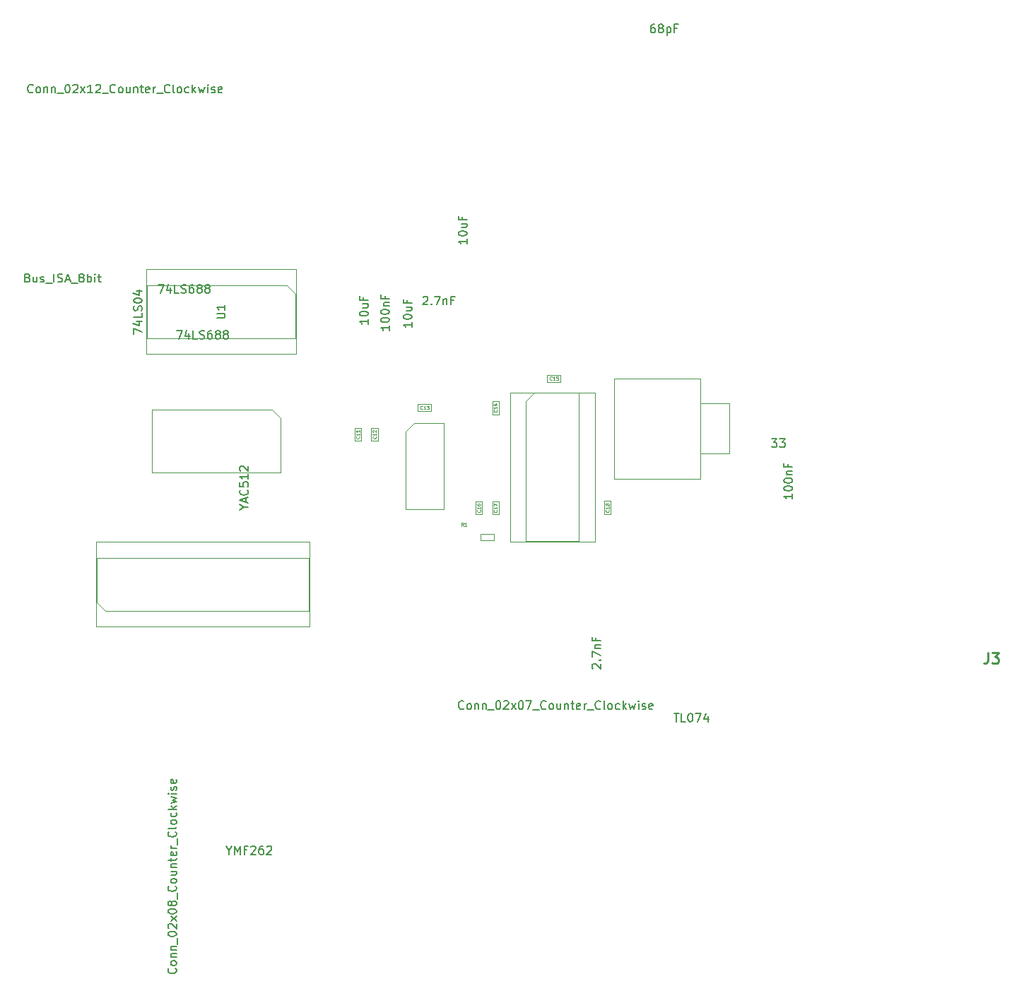
<source format=gbr>
G04 #@! TF.GenerationSoftware,KiCad,Pcbnew,(5.1.5)-3*
G04 #@! TF.CreationDate,2021-10-03T17:07:44+03:00*
G04 #@! TF.ProjectId,OPL3,4f504c33-2e6b-4696-9361-645f70636258,rev?*
G04 #@! TF.SameCoordinates,Original*
G04 #@! TF.FileFunction,Other,Fab,Top*
%FSLAX46Y46*%
G04 Gerber Fmt 4.6, Leading zero omitted, Abs format (unit mm)*
G04 Created by KiCad (PCBNEW (5.1.5)-3) date 2021-10-03 17:07:44*
%MOMM*%
%LPD*%
G04 APERTURE LIST*
%ADD10C,0.100000*%
%ADD11C,0.150000*%
%ADD12C,0.254000*%
%ADD13C,0.060000*%
G04 APERTURE END LIST*
D10*
X129580000Y-79590000D02*
X129580000Y-69430000D01*
X111680000Y-79590000D02*
X129580000Y-79590000D01*
X111680000Y-69430000D02*
X111680000Y-79590000D01*
X129580000Y-69430000D02*
X111680000Y-69430000D01*
X128520000Y-71335000D02*
X129520000Y-72335000D01*
X111740000Y-71335000D02*
X128520000Y-71335000D01*
X111740000Y-77685000D02*
X111740000Y-71335000D01*
X129520000Y-77685000D02*
X111740000Y-77685000D01*
X129520000Y-72335000D02*
X129520000Y-77685000D01*
X105670000Y-102110000D02*
X105670000Y-112270000D01*
X131190000Y-102110000D02*
X105670000Y-102110000D01*
X131190000Y-112270000D02*
X131190000Y-102110000D01*
X105670000Y-112270000D02*
X131190000Y-112270000D01*
X106730000Y-110365000D02*
X105730000Y-109365000D01*
X131130000Y-110365000D02*
X106730000Y-110365000D01*
X131130000Y-104015000D02*
X131130000Y-110365000D01*
X105730000Y-104015000D02*
X131130000Y-104015000D01*
X105730000Y-109365000D02*
X105730000Y-104015000D01*
X178000000Y-91500000D02*
X178000000Y-91500000D01*
X181500000Y-91500000D02*
X178000000Y-91500000D01*
X181500000Y-85500000D02*
X181500000Y-91500000D01*
X178000000Y-85500000D02*
X181500000Y-85500000D01*
X178000000Y-85500000D02*
X178000000Y-85500000D01*
X178000000Y-82500000D02*
X178000000Y-94500000D01*
X167700000Y-82500000D02*
X178000000Y-82500000D01*
X167700000Y-94500000D02*
X167700000Y-82500000D01*
X178000000Y-94500000D02*
X167700000Y-94500000D01*
X165390000Y-84170000D02*
X155230000Y-84170000D01*
X165390000Y-102070000D02*
X165390000Y-84170000D01*
X155230000Y-102070000D02*
X165390000Y-102070000D01*
X155230000Y-84170000D02*
X155230000Y-102070000D01*
X157135000Y-85230000D02*
X158135000Y-84230000D01*
X157135000Y-102010000D02*
X157135000Y-85230000D01*
X163485000Y-102010000D02*
X157135000Y-102010000D01*
X163485000Y-84230000D02*
X163485000Y-102010000D01*
X158135000Y-84230000D02*
X163485000Y-84230000D01*
X126700000Y-86250000D02*
X127700000Y-87250000D01*
X112300000Y-86250000D02*
X126700000Y-86250000D01*
X112300000Y-93750000D02*
X112300000Y-86250000D01*
X127700000Y-93750000D02*
X112300000Y-93750000D01*
X127700000Y-87250000D02*
X127700000Y-93750000D01*
X139400000Y-88400000D02*
X139400000Y-90000000D01*
X138600000Y-88400000D02*
X139400000Y-88400000D01*
X138600000Y-90000000D02*
X138600000Y-88400000D01*
X139400000Y-90000000D02*
X138600000Y-90000000D01*
X137400000Y-88400000D02*
X137400000Y-90000000D01*
X136600000Y-88400000D02*
X137400000Y-88400000D01*
X136600000Y-90000000D02*
X136600000Y-88400000D01*
X137400000Y-90000000D02*
X136600000Y-90000000D01*
X151900000Y-97210000D02*
X151900000Y-98810000D01*
X151100000Y-97210000D02*
X151900000Y-97210000D01*
X151100000Y-98810000D02*
X151100000Y-97210000D01*
X151900000Y-98810000D02*
X151100000Y-98810000D01*
X142725000Y-88850000D02*
X143725000Y-87850000D01*
X142725000Y-98150000D02*
X142725000Y-88850000D01*
X147275000Y-98150000D02*
X142725000Y-98150000D01*
X147275000Y-87850000D02*
X147275000Y-98150000D01*
X143725000Y-87850000D02*
X147275000Y-87850000D01*
X153900000Y-97210000D02*
X153900000Y-98810000D01*
X153100000Y-97210000D02*
X153900000Y-97210000D01*
X153100000Y-98810000D02*
X153100000Y-97210000D01*
X153900000Y-98810000D02*
X153100000Y-98810000D01*
X144200000Y-85600000D02*
X145800000Y-85600000D01*
X144200000Y-86400000D02*
X144200000Y-85600000D01*
X145800000Y-86400000D02*
X144200000Y-86400000D01*
X145800000Y-85600000D02*
X145800000Y-86400000D01*
X153300000Y-101900000D02*
X151700000Y-101900000D01*
X153300000Y-101100000D02*
X153300000Y-101900000D01*
X151700000Y-101100000D02*
X153300000Y-101100000D01*
X151700000Y-101900000D02*
X151700000Y-101100000D01*
X153900000Y-85200000D02*
X153900000Y-86800000D01*
X153100000Y-85200000D02*
X153900000Y-85200000D01*
X153100000Y-86800000D02*
X153100000Y-85200000D01*
X153900000Y-86800000D02*
X153100000Y-86800000D01*
X159700000Y-82100000D02*
X161300000Y-82100000D01*
X159700000Y-82900000D02*
X159700000Y-82100000D01*
X161300000Y-82900000D02*
X159700000Y-82900000D01*
X161300000Y-82100000D02*
X161300000Y-82900000D01*
X166500000Y-98800000D02*
X166500000Y-97200000D01*
X167300000Y-98800000D02*
X166500000Y-98800000D01*
X167300000Y-97200000D02*
X167300000Y-98800000D01*
X166500000Y-97200000D02*
X167300000Y-97200000D01*
D11*
X110132380Y-77152857D02*
X110132380Y-76486190D01*
X111132380Y-76914761D01*
X110465714Y-75676666D02*
X111132380Y-75676666D01*
X110084761Y-75914761D02*
X110799047Y-76152857D01*
X110799047Y-75533809D01*
X111132380Y-74676666D02*
X111132380Y-75152857D01*
X110132380Y-75152857D01*
X111084761Y-74390952D02*
X111132380Y-74248095D01*
X111132380Y-74010000D01*
X111084761Y-73914761D01*
X111037142Y-73867142D01*
X110941904Y-73819523D01*
X110846666Y-73819523D01*
X110751428Y-73867142D01*
X110703809Y-73914761D01*
X110656190Y-74010000D01*
X110608571Y-74200476D01*
X110560952Y-74295714D01*
X110513333Y-74343333D01*
X110418095Y-74390952D01*
X110322857Y-74390952D01*
X110227619Y-74343333D01*
X110180000Y-74295714D01*
X110132380Y-74200476D01*
X110132380Y-73962380D01*
X110180000Y-73819523D01*
X110132380Y-73200476D02*
X110132380Y-73105238D01*
X110180000Y-73010000D01*
X110227619Y-72962380D01*
X110322857Y-72914761D01*
X110513333Y-72867142D01*
X110751428Y-72867142D01*
X110941904Y-72914761D01*
X111037142Y-72962380D01*
X111084761Y-73010000D01*
X111132380Y-73105238D01*
X111132380Y-73200476D01*
X111084761Y-73295714D01*
X111037142Y-73343333D01*
X110941904Y-73390952D01*
X110751428Y-73438571D01*
X110513333Y-73438571D01*
X110322857Y-73390952D01*
X110227619Y-73343333D01*
X110180000Y-73295714D01*
X110132380Y-73200476D01*
X110465714Y-72010000D02*
X111132380Y-72010000D01*
X110084761Y-72248095D02*
X110799047Y-72486190D01*
X110799047Y-71867142D01*
X120082380Y-75271904D02*
X120891904Y-75271904D01*
X120987142Y-75224285D01*
X121034761Y-75176666D01*
X121082380Y-75081428D01*
X121082380Y-74890952D01*
X121034761Y-74795714D01*
X120987142Y-74748095D01*
X120891904Y-74700476D01*
X120082380Y-74700476D01*
X121082380Y-73700476D02*
X121082380Y-74271904D01*
X121082380Y-73986190D02*
X120082380Y-73986190D01*
X120225238Y-74081428D01*
X120320476Y-74176666D01*
X120368095Y-74271904D01*
X115280952Y-76752380D02*
X115947619Y-76752380D01*
X115519047Y-77752380D01*
X116757142Y-77085714D02*
X116757142Y-77752380D01*
X116519047Y-76704761D02*
X116280952Y-77419047D01*
X116900000Y-77419047D01*
X117757142Y-77752380D02*
X117280952Y-77752380D01*
X117280952Y-76752380D01*
X118042857Y-77704761D02*
X118185714Y-77752380D01*
X118423809Y-77752380D01*
X118519047Y-77704761D01*
X118566666Y-77657142D01*
X118614285Y-77561904D01*
X118614285Y-77466666D01*
X118566666Y-77371428D01*
X118519047Y-77323809D01*
X118423809Y-77276190D01*
X118233333Y-77228571D01*
X118138095Y-77180952D01*
X118090476Y-77133333D01*
X118042857Y-77038095D01*
X118042857Y-76942857D01*
X118090476Y-76847619D01*
X118138095Y-76800000D01*
X118233333Y-76752380D01*
X118471428Y-76752380D01*
X118614285Y-76800000D01*
X119471428Y-76752380D02*
X119280952Y-76752380D01*
X119185714Y-76800000D01*
X119138095Y-76847619D01*
X119042857Y-76990476D01*
X118995238Y-77180952D01*
X118995238Y-77561904D01*
X119042857Y-77657142D01*
X119090476Y-77704761D01*
X119185714Y-77752380D01*
X119376190Y-77752380D01*
X119471428Y-77704761D01*
X119519047Y-77657142D01*
X119566666Y-77561904D01*
X119566666Y-77323809D01*
X119519047Y-77228571D01*
X119471428Y-77180952D01*
X119376190Y-77133333D01*
X119185714Y-77133333D01*
X119090476Y-77180952D01*
X119042857Y-77228571D01*
X118995238Y-77323809D01*
X120138095Y-77180952D02*
X120042857Y-77133333D01*
X119995238Y-77085714D01*
X119947619Y-76990476D01*
X119947619Y-76942857D01*
X119995238Y-76847619D01*
X120042857Y-76800000D01*
X120138095Y-76752380D01*
X120328571Y-76752380D01*
X120423809Y-76800000D01*
X120471428Y-76847619D01*
X120519047Y-76942857D01*
X120519047Y-76990476D01*
X120471428Y-77085714D01*
X120423809Y-77133333D01*
X120328571Y-77180952D01*
X120138095Y-77180952D01*
X120042857Y-77228571D01*
X119995238Y-77276190D01*
X119947619Y-77371428D01*
X119947619Y-77561904D01*
X119995238Y-77657142D01*
X120042857Y-77704761D01*
X120138095Y-77752380D01*
X120328571Y-77752380D01*
X120423809Y-77704761D01*
X120471428Y-77657142D01*
X120519047Y-77561904D01*
X120519047Y-77371428D01*
X120471428Y-77276190D01*
X120423809Y-77228571D01*
X120328571Y-77180952D01*
X121090476Y-77180952D02*
X120995238Y-77133333D01*
X120947619Y-77085714D01*
X120900000Y-76990476D01*
X120900000Y-76942857D01*
X120947619Y-76847619D01*
X120995238Y-76800000D01*
X121090476Y-76752380D01*
X121280952Y-76752380D01*
X121376190Y-76800000D01*
X121423809Y-76847619D01*
X121471428Y-76942857D01*
X121471428Y-76990476D01*
X121423809Y-77085714D01*
X121376190Y-77133333D01*
X121280952Y-77180952D01*
X121090476Y-77180952D01*
X120995238Y-77228571D01*
X120947619Y-77276190D01*
X120900000Y-77371428D01*
X120900000Y-77561904D01*
X120947619Y-77657142D01*
X120995238Y-77704761D01*
X121090476Y-77752380D01*
X121280952Y-77752380D01*
X121376190Y-77704761D01*
X121423809Y-77657142D01*
X121471428Y-77561904D01*
X121471428Y-77371428D01*
X121423809Y-77276190D01*
X121376190Y-77228571D01*
X121280952Y-77180952D01*
X113080952Y-71252380D02*
X113747619Y-71252380D01*
X113319047Y-72252380D01*
X114557142Y-71585714D02*
X114557142Y-72252380D01*
X114319047Y-71204761D02*
X114080952Y-71919047D01*
X114700000Y-71919047D01*
X115557142Y-72252380D02*
X115080952Y-72252380D01*
X115080952Y-71252380D01*
X115842857Y-72204761D02*
X115985714Y-72252380D01*
X116223809Y-72252380D01*
X116319047Y-72204761D01*
X116366666Y-72157142D01*
X116414285Y-72061904D01*
X116414285Y-71966666D01*
X116366666Y-71871428D01*
X116319047Y-71823809D01*
X116223809Y-71776190D01*
X116033333Y-71728571D01*
X115938095Y-71680952D01*
X115890476Y-71633333D01*
X115842857Y-71538095D01*
X115842857Y-71442857D01*
X115890476Y-71347619D01*
X115938095Y-71300000D01*
X116033333Y-71252380D01*
X116271428Y-71252380D01*
X116414285Y-71300000D01*
X117271428Y-71252380D02*
X117080952Y-71252380D01*
X116985714Y-71300000D01*
X116938095Y-71347619D01*
X116842857Y-71490476D01*
X116795238Y-71680952D01*
X116795238Y-72061904D01*
X116842857Y-72157142D01*
X116890476Y-72204761D01*
X116985714Y-72252380D01*
X117176190Y-72252380D01*
X117271428Y-72204761D01*
X117319047Y-72157142D01*
X117366666Y-72061904D01*
X117366666Y-71823809D01*
X117319047Y-71728571D01*
X117271428Y-71680952D01*
X117176190Y-71633333D01*
X116985714Y-71633333D01*
X116890476Y-71680952D01*
X116842857Y-71728571D01*
X116795238Y-71823809D01*
X117938095Y-71680952D02*
X117842857Y-71633333D01*
X117795238Y-71585714D01*
X117747619Y-71490476D01*
X117747619Y-71442857D01*
X117795238Y-71347619D01*
X117842857Y-71300000D01*
X117938095Y-71252380D01*
X118128571Y-71252380D01*
X118223809Y-71300000D01*
X118271428Y-71347619D01*
X118319047Y-71442857D01*
X118319047Y-71490476D01*
X118271428Y-71585714D01*
X118223809Y-71633333D01*
X118128571Y-71680952D01*
X117938095Y-71680952D01*
X117842857Y-71728571D01*
X117795238Y-71776190D01*
X117747619Y-71871428D01*
X117747619Y-72061904D01*
X117795238Y-72157142D01*
X117842857Y-72204761D01*
X117938095Y-72252380D01*
X118128571Y-72252380D01*
X118223809Y-72204761D01*
X118271428Y-72157142D01*
X118319047Y-72061904D01*
X118319047Y-71871428D01*
X118271428Y-71776190D01*
X118223809Y-71728571D01*
X118128571Y-71680952D01*
X118890476Y-71680952D02*
X118795238Y-71633333D01*
X118747619Y-71585714D01*
X118700000Y-71490476D01*
X118700000Y-71442857D01*
X118747619Y-71347619D01*
X118795238Y-71300000D01*
X118890476Y-71252380D01*
X119080952Y-71252380D01*
X119176190Y-71300000D01*
X119223809Y-71347619D01*
X119271428Y-71442857D01*
X119271428Y-71490476D01*
X119223809Y-71585714D01*
X119176190Y-71633333D01*
X119080952Y-71680952D01*
X118890476Y-71680952D01*
X118795238Y-71728571D01*
X118747619Y-71776190D01*
X118700000Y-71871428D01*
X118700000Y-72061904D01*
X118747619Y-72157142D01*
X118795238Y-72204761D01*
X118890476Y-72252380D01*
X119080952Y-72252380D01*
X119176190Y-72204761D01*
X119223809Y-72157142D01*
X119271428Y-72061904D01*
X119271428Y-71871428D01*
X119223809Y-71776190D01*
X119176190Y-71728571D01*
X119080952Y-71680952D01*
D12*
X212476666Y-115404523D02*
X212476666Y-116311666D01*
X212416190Y-116493095D01*
X212295238Y-116614047D01*
X212113809Y-116674523D01*
X211992857Y-116674523D01*
X212960476Y-115404523D02*
X213746666Y-115404523D01*
X213323333Y-115888333D01*
X213504761Y-115888333D01*
X213625714Y-115948809D01*
X213686190Y-116009285D01*
X213746666Y-116130238D01*
X213746666Y-116432619D01*
X213686190Y-116553571D01*
X213625714Y-116614047D01*
X213504761Y-116674523D01*
X213141904Y-116674523D01*
X213020952Y-116614047D01*
X212960476Y-116553571D01*
D11*
X149676190Y-122057142D02*
X149628571Y-122104761D01*
X149485714Y-122152380D01*
X149390476Y-122152380D01*
X149247619Y-122104761D01*
X149152380Y-122009523D01*
X149104761Y-121914285D01*
X149057142Y-121723809D01*
X149057142Y-121580952D01*
X149104761Y-121390476D01*
X149152380Y-121295238D01*
X149247619Y-121200000D01*
X149390476Y-121152380D01*
X149485714Y-121152380D01*
X149628571Y-121200000D01*
X149676190Y-121247619D01*
X150247619Y-122152380D02*
X150152380Y-122104761D01*
X150104761Y-122057142D01*
X150057142Y-121961904D01*
X150057142Y-121676190D01*
X150104761Y-121580952D01*
X150152380Y-121533333D01*
X150247619Y-121485714D01*
X150390476Y-121485714D01*
X150485714Y-121533333D01*
X150533333Y-121580952D01*
X150580952Y-121676190D01*
X150580952Y-121961904D01*
X150533333Y-122057142D01*
X150485714Y-122104761D01*
X150390476Y-122152380D01*
X150247619Y-122152380D01*
X151009523Y-121485714D02*
X151009523Y-122152380D01*
X151009523Y-121580952D02*
X151057142Y-121533333D01*
X151152380Y-121485714D01*
X151295238Y-121485714D01*
X151390476Y-121533333D01*
X151438095Y-121628571D01*
X151438095Y-122152380D01*
X151914285Y-121485714D02*
X151914285Y-122152380D01*
X151914285Y-121580952D02*
X151961904Y-121533333D01*
X152057142Y-121485714D01*
X152200000Y-121485714D01*
X152295238Y-121533333D01*
X152342857Y-121628571D01*
X152342857Y-122152380D01*
X152580952Y-122247619D02*
X153342857Y-122247619D01*
X153771428Y-121152380D02*
X153866666Y-121152380D01*
X153961904Y-121200000D01*
X154009523Y-121247619D01*
X154057142Y-121342857D01*
X154104761Y-121533333D01*
X154104761Y-121771428D01*
X154057142Y-121961904D01*
X154009523Y-122057142D01*
X153961904Y-122104761D01*
X153866666Y-122152380D01*
X153771428Y-122152380D01*
X153676190Y-122104761D01*
X153628571Y-122057142D01*
X153580952Y-121961904D01*
X153533333Y-121771428D01*
X153533333Y-121533333D01*
X153580952Y-121342857D01*
X153628571Y-121247619D01*
X153676190Y-121200000D01*
X153771428Y-121152380D01*
X154485714Y-121247619D02*
X154533333Y-121200000D01*
X154628571Y-121152380D01*
X154866666Y-121152380D01*
X154961904Y-121200000D01*
X155009523Y-121247619D01*
X155057142Y-121342857D01*
X155057142Y-121438095D01*
X155009523Y-121580952D01*
X154438095Y-122152380D01*
X155057142Y-122152380D01*
X155390476Y-122152380D02*
X155914285Y-121485714D01*
X155390476Y-121485714D02*
X155914285Y-122152380D01*
X156485714Y-121152380D02*
X156580952Y-121152380D01*
X156676190Y-121200000D01*
X156723809Y-121247619D01*
X156771428Y-121342857D01*
X156819047Y-121533333D01*
X156819047Y-121771428D01*
X156771428Y-121961904D01*
X156723809Y-122057142D01*
X156676190Y-122104761D01*
X156580952Y-122152380D01*
X156485714Y-122152380D01*
X156390476Y-122104761D01*
X156342857Y-122057142D01*
X156295238Y-121961904D01*
X156247619Y-121771428D01*
X156247619Y-121533333D01*
X156295238Y-121342857D01*
X156342857Y-121247619D01*
X156390476Y-121200000D01*
X156485714Y-121152380D01*
X157152380Y-121152380D02*
X157819047Y-121152380D01*
X157390476Y-122152380D01*
X157961904Y-122247619D02*
X158723809Y-122247619D01*
X159533333Y-122057142D02*
X159485714Y-122104761D01*
X159342857Y-122152380D01*
X159247619Y-122152380D01*
X159104761Y-122104761D01*
X159009523Y-122009523D01*
X158961904Y-121914285D01*
X158914285Y-121723809D01*
X158914285Y-121580952D01*
X158961904Y-121390476D01*
X159009523Y-121295238D01*
X159104761Y-121200000D01*
X159247619Y-121152380D01*
X159342857Y-121152380D01*
X159485714Y-121200000D01*
X159533333Y-121247619D01*
X160104761Y-122152380D02*
X160009523Y-122104761D01*
X159961904Y-122057142D01*
X159914285Y-121961904D01*
X159914285Y-121676190D01*
X159961904Y-121580952D01*
X160009523Y-121533333D01*
X160104761Y-121485714D01*
X160247619Y-121485714D01*
X160342857Y-121533333D01*
X160390476Y-121580952D01*
X160438095Y-121676190D01*
X160438095Y-121961904D01*
X160390476Y-122057142D01*
X160342857Y-122104761D01*
X160247619Y-122152380D01*
X160104761Y-122152380D01*
X161295238Y-121485714D02*
X161295238Y-122152380D01*
X160866666Y-121485714D02*
X160866666Y-122009523D01*
X160914285Y-122104761D01*
X161009523Y-122152380D01*
X161152380Y-122152380D01*
X161247619Y-122104761D01*
X161295238Y-122057142D01*
X161771428Y-121485714D02*
X161771428Y-122152380D01*
X161771428Y-121580952D02*
X161819047Y-121533333D01*
X161914285Y-121485714D01*
X162057142Y-121485714D01*
X162152380Y-121533333D01*
X162200000Y-121628571D01*
X162200000Y-122152380D01*
X162533333Y-121485714D02*
X162914285Y-121485714D01*
X162676190Y-121152380D02*
X162676190Y-122009523D01*
X162723809Y-122104761D01*
X162819047Y-122152380D01*
X162914285Y-122152380D01*
X163628571Y-122104761D02*
X163533333Y-122152380D01*
X163342857Y-122152380D01*
X163247619Y-122104761D01*
X163200000Y-122009523D01*
X163200000Y-121628571D01*
X163247619Y-121533333D01*
X163342857Y-121485714D01*
X163533333Y-121485714D01*
X163628571Y-121533333D01*
X163676190Y-121628571D01*
X163676190Y-121723809D01*
X163200000Y-121819047D01*
X164104761Y-122152380D02*
X164104761Y-121485714D01*
X164104761Y-121676190D02*
X164152380Y-121580952D01*
X164200000Y-121533333D01*
X164295238Y-121485714D01*
X164390476Y-121485714D01*
X164485714Y-122247619D02*
X165247619Y-122247619D01*
X166057142Y-122057142D02*
X166009523Y-122104761D01*
X165866666Y-122152380D01*
X165771428Y-122152380D01*
X165628571Y-122104761D01*
X165533333Y-122009523D01*
X165485714Y-121914285D01*
X165438095Y-121723809D01*
X165438095Y-121580952D01*
X165485714Y-121390476D01*
X165533333Y-121295238D01*
X165628571Y-121200000D01*
X165771428Y-121152380D01*
X165866666Y-121152380D01*
X166009523Y-121200000D01*
X166057142Y-121247619D01*
X166628571Y-122152380D02*
X166533333Y-122104761D01*
X166485714Y-122009523D01*
X166485714Y-121152380D01*
X167152380Y-122152380D02*
X167057142Y-122104761D01*
X167009523Y-122057142D01*
X166961904Y-121961904D01*
X166961904Y-121676190D01*
X167009523Y-121580952D01*
X167057142Y-121533333D01*
X167152380Y-121485714D01*
X167295238Y-121485714D01*
X167390476Y-121533333D01*
X167438095Y-121580952D01*
X167485714Y-121676190D01*
X167485714Y-121961904D01*
X167438095Y-122057142D01*
X167390476Y-122104761D01*
X167295238Y-122152380D01*
X167152380Y-122152380D01*
X168342857Y-122104761D02*
X168247619Y-122152380D01*
X168057142Y-122152380D01*
X167961904Y-122104761D01*
X167914285Y-122057142D01*
X167866666Y-121961904D01*
X167866666Y-121676190D01*
X167914285Y-121580952D01*
X167961904Y-121533333D01*
X168057142Y-121485714D01*
X168247619Y-121485714D01*
X168342857Y-121533333D01*
X168771428Y-122152380D02*
X168771428Y-121152380D01*
X168866666Y-121771428D02*
X169152380Y-122152380D01*
X169152380Y-121485714D02*
X168771428Y-121866666D01*
X169485714Y-121485714D02*
X169676190Y-122152380D01*
X169866666Y-121676190D01*
X170057142Y-122152380D01*
X170247619Y-121485714D01*
X170628571Y-122152380D02*
X170628571Y-121485714D01*
X170628571Y-121152380D02*
X170580952Y-121200000D01*
X170628571Y-121247619D01*
X170676190Y-121200000D01*
X170628571Y-121152380D01*
X170628571Y-121247619D01*
X171057142Y-122104761D02*
X171152380Y-122152380D01*
X171342857Y-122152380D01*
X171438095Y-122104761D01*
X171485714Y-122009523D01*
X171485714Y-121961904D01*
X171438095Y-121866666D01*
X171342857Y-121819047D01*
X171200000Y-121819047D01*
X171104761Y-121771428D01*
X171057142Y-121676190D01*
X171057142Y-121628571D01*
X171104761Y-121533333D01*
X171200000Y-121485714D01*
X171342857Y-121485714D01*
X171438095Y-121533333D01*
X172295238Y-122104761D02*
X172200000Y-122152380D01*
X172009523Y-122152380D01*
X171914285Y-122104761D01*
X171866666Y-122009523D01*
X171866666Y-121628571D01*
X171914285Y-121533333D01*
X172009523Y-121485714D01*
X172200000Y-121485714D01*
X172295238Y-121533333D01*
X172342857Y-121628571D01*
X172342857Y-121723809D01*
X171866666Y-121819047D01*
X174880952Y-122652380D02*
X175452380Y-122652380D01*
X175166666Y-123652380D02*
X175166666Y-122652380D01*
X176261904Y-123652380D02*
X175785714Y-123652380D01*
X175785714Y-122652380D01*
X176785714Y-122652380D02*
X176880952Y-122652380D01*
X176976190Y-122700000D01*
X177023809Y-122747619D01*
X177071428Y-122842857D01*
X177119047Y-123033333D01*
X177119047Y-123271428D01*
X177071428Y-123461904D01*
X177023809Y-123557142D01*
X176976190Y-123604761D01*
X176880952Y-123652380D01*
X176785714Y-123652380D01*
X176690476Y-123604761D01*
X176642857Y-123557142D01*
X176595238Y-123461904D01*
X176547619Y-123271428D01*
X176547619Y-123033333D01*
X176595238Y-122842857D01*
X176642857Y-122747619D01*
X176690476Y-122700000D01*
X176785714Y-122652380D01*
X177452380Y-122652380D02*
X178119047Y-122652380D01*
X177690476Y-123652380D01*
X178928571Y-122985714D02*
X178928571Y-123652380D01*
X178690476Y-122604761D02*
X178452380Y-123319047D01*
X179071428Y-123319047D01*
X98076190Y-48157142D02*
X98028571Y-48204761D01*
X97885714Y-48252380D01*
X97790476Y-48252380D01*
X97647619Y-48204761D01*
X97552380Y-48109523D01*
X97504761Y-48014285D01*
X97457142Y-47823809D01*
X97457142Y-47680952D01*
X97504761Y-47490476D01*
X97552380Y-47395238D01*
X97647619Y-47300000D01*
X97790476Y-47252380D01*
X97885714Y-47252380D01*
X98028571Y-47300000D01*
X98076190Y-47347619D01*
X98647619Y-48252380D02*
X98552380Y-48204761D01*
X98504761Y-48157142D01*
X98457142Y-48061904D01*
X98457142Y-47776190D01*
X98504761Y-47680952D01*
X98552380Y-47633333D01*
X98647619Y-47585714D01*
X98790476Y-47585714D01*
X98885714Y-47633333D01*
X98933333Y-47680952D01*
X98980952Y-47776190D01*
X98980952Y-48061904D01*
X98933333Y-48157142D01*
X98885714Y-48204761D01*
X98790476Y-48252380D01*
X98647619Y-48252380D01*
X99409523Y-47585714D02*
X99409523Y-48252380D01*
X99409523Y-47680952D02*
X99457142Y-47633333D01*
X99552380Y-47585714D01*
X99695238Y-47585714D01*
X99790476Y-47633333D01*
X99838095Y-47728571D01*
X99838095Y-48252380D01*
X100314285Y-47585714D02*
X100314285Y-48252380D01*
X100314285Y-47680952D02*
X100361904Y-47633333D01*
X100457142Y-47585714D01*
X100600000Y-47585714D01*
X100695238Y-47633333D01*
X100742857Y-47728571D01*
X100742857Y-48252380D01*
X100980952Y-48347619D02*
X101742857Y-48347619D01*
X102171428Y-47252380D02*
X102266666Y-47252380D01*
X102361904Y-47300000D01*
X102409523Y-47347619D01*
X102457142Y-47442857D01*
X102504761Y-47633333D01*
X102504761Y-47871428D01*
X102457142Y-48061904D01*
X102409523Y-48157142D01*
X102361904Y-48204761D01*
X102266666Y-48252380D01*
X102171428Y-48252380D01*
X102076190Y-48204761D01*
X102028571Y-48157142D01*
X101980952Y-48061904D01*
X101933333Y-47871428D01*
X101933333Y-47633333D01*
X101980952Y-47442857D01*
X102028571Y-47347619D01*
X102076190Y-47300000D01*
X102171428Y-47252380D01*
X102885714Y-47347619D02*
X102933333Y-47300000D01*
X103028571Y-47252380D01*
X103266666Y-47252380D01*
X103361904Y-47300000D01*
X103409523Y-47347619D01*
X103457142Y-47442857D01*
X103457142Y-47538095D01*
X103409523Y-47680952D01*
X102838095Y-48252380D01*
X103457142Y-48252380D01*
X103790476Y-48252380D02*
X104314285Y-47585714D01*
X103790476Y-47585714D02*
X104314285Y-48252380D01*
X105219047Y-48252380D02*
X104647619Y-48252380D01*
X104933333Y-48252380D02*
X104933333Y-47252380D01*
X104838095Y-47395238D01*
X104742857Y-47490476D01*
X104647619Y-47538095D01*
X105600000Y-47347619D02*
X105647619Y-47300000D01*
X105742857Y-47252380D01*
X105980952Y-47252380D01*
X106076190Y-47300000D01*
X106123809Y-47347619D01*
X106171428Y-47442857D01*
X106171428Y-47538095D01*
X106123809Y-47680952D01*
X105552380Y-48252380D01*
X106171428Y-48252380D01*
X106361904Y-48347619D02*
X107123809Y-48347619D01*
X107933333Y-48157142D02*
X107885714Y-48204761D01*
X107742857Y-48252380D01*
X107647619Y-48252380D01*
X107504761Y-48204761D01*
X107409523Y-48109523D01*
X107361904Y-48014285D01*
X107314285Y-47823809D01*
X107314285Y-47680952D01*
X107361904Y-47490476D01*
X107409523Y-47395238D01*
X107504761Y-47300000D01*
X107647619Y-47252380D01*
X107742857Y-47252380D01*
X107885714Y-47300000D01*
X107933333Y-47347619D01*
X108504761Y-48252380D02*
X108409523Y-48204761D01*
X108361904Y-48157142D01*
X108314285Y-48061904D01*
X108314285Y-47776190D01*
X108361904Y-47680952D01*
X108409523Y-47633333D01*
X108504761Y-47585714D01*
X108647619Y-47585714D01*
X108742857Y-47633333D01*
X108790476Y-47680952D01*
X108838095Y-47776190D01*
X108838095Y-48061904D01*
X108790476Y-48157142D01*
X108742857Y-48204761D01*
X108647619Y-48252380D01*
X108504761Y-48252380D01*
X109695238Y-47585714D02*
X109695238Y-48252380D01*
X109266666Y-47585714D02*
X109266666Y-48109523D01*
X109314285Y-48204761D01*
X109409523Y-48252380D01*
X109552380Y-48252380D01*
X109647619Y-48204761D01*
X109695238Y-48157142D01*
X110171428Y-47585714D02*
X110171428Y-48252380D01*
X110171428Y-47680952D02*
X110219047Y-47633333D01*
X110314285Y-47585714D01*
X110457142Y-47585714D01*
X110552380Y-47633333D01*
X110600000Y-47728571D01*
X110600000Y-48252380D01*
X110933333Y-47585714D02*
X111314285Y-47585714D01*
X111076190Y-47252380D02*
X111076190Y-48109523D01*
X111123809Y-48204761D01*
X111219047Y-48252380D01*
X111314285Y-48252380D01*
X112028571Y-48204761D02*
X111933333Y-48252380D01*
X111742857Y-48252380D01*
X111647619Y-48204761D01*
X111600000Y-48109523D01*
X111600000Y-47728571D01*
X111647619Y-47633333D01*
X111742857Y-47585714D01*
X111933333Y-47585714D01*
X112028571Y-47633333D01*
X112076190Y-47728571D01*
X112076190Y-47823809D01*
X111600000Y-47919047D01*
X112504761Y-48252380D02*
X112504761Y-47585714D01*
X112504761Y-47776190D02*
X112552380Y-47680952D01*
X112600000Y-47633333D01*
X112695238Y-47585714D01*
X112790476Y-47585714D01*
X112885714Y-48347619D02*
X113647619Y-48347619D01*
X114457142Y-48157142D02*
X114409523Y-48204761D01*
X114266666Y-48252380D01*
X114171428Y-48252380D01*
X114028571Y-48204761D01*
X113933333Y-48109523D01*
X113885714Y-48014285D01*
X113838095Y-47823809D01*
X113838095Y-47680952D01*
X113885714Y-47490476D01*
X113933333Y-47395238D01*
X114028571Y-47300000D01*
X114171428Y-47252380D01*
X114266666Y-47252380D01*
X114409523Y-47300000D01*
X114457142Y-47347619D01*
X115028571Y-48252380D02*
X114933333Y-48204761D01*
X114885714Y-48109523D01*
X114885714Y-47252380D01*
X115552380Y-48252380D02*
X115457142Y-48204761D01*
X115409523Y-48157142D01*
X115361904Y-48061904D01*
X115361904Y-47776190D01*
X115409523Y-47680952D01*
X115457142Y-47633333D01*
X115552380Y-47585714D01*
X115695238Y-47585714D01*
X115790476Y-47633333D01*
X115838095Y-47680952D01*
X115885714Y-47776190D01*
X115885714Y-48061904D01*
X115838095Y-48157142D01*
X115790476Y-48204761D01*
X115695238Y-48252380D01*
X115552380Y-48252380D01*
X116742857Y-48204761D02*
X116647619Y-48252380D01*
X116457142Y-48252380D01*
X116361904Y-48204761D01*
X116314285Y-48157142D01*
X116266666Y-48061904D01*
X116266666Y-47776190D01*
X116314285Y-47680952D01*
X116361904Y-47633333D01*
X116457142Y-47585714D01*
X116647619Y-47585714D01*
X116742857Y-47633333D01*
X117171428Y-48252380D02*
X117171428Y-47252380D01*
X117266666Y-47871428D02*
X117552380Y-48252380D01*
X117552380Y-47585714D02*
X117171428Y-47966666D01*
X117885714Y-47585714D02*
X118076190Y-48252380D01*
X118266666Y-47776190D01*
X118457142Y-48252380D01*
X118647619Y-47585714D01*
X119028571Y-48252380D02*
X119028571Y-47585714D01*
X119028571Y-47252380D02*
X118980952Y-47300000D01*
X119028571Y-47347619D01*
X119076190Y-47300000D01*
X119028571Y-47252380D01*
X119028571Y-47347619D01*
X119457142Y-48204761D02*
X119552380Y-48252380D01*
X119742857Y-48252380D01*
X119838095Y-48204761D01*
X119885714Y-48109523D01*
X119885714Y-48061904D01*
X119838095Y-47966666D01*
X119742857Y-47919047D01*
X119600000Y-47919047D01*
X119504761Y-47871428D01*
X119457142Y-47776190D01*
X119457142Y-47728571D01*
X119504761Y-47633333D01*
X119600000Y-47585714D01*
X119742857Y-47585714D01*
X119838095Y-47633333D01*
X120695238Y-48204761D02*
X120600000Y-48252380D01*
X120409523Y-48252380D01*
X120314285Y-48204761D01*
X120266666Y-48109523D01*
X120266666Y-47728571D01*
X120314285Y-47633333D01*
X120409523Y-47585714D01*
X120600000Y-47585714D01*
X120695238Y-47633333D01*
X120742857Y-47728571D01*
X120742857Y-47823809D01*
X120266666Y-47919047D01*
X121571428Y-139076190D02*
X121571428Y-139552380D01*
X121238095Y-138552380D02*
X121571428Y-139076190D01*
X121904761Y-138552380D01*
X122238095Y-139552380D02*
X122238095Y-138552380D01*
X122571428Y-139266666D01*
X122904761Y-138552380D01*
X122904761Y-139552380D01*
X123714285Y-139028571D02*
X123380952Y-139028571D01*
X123380952Y-139552380D02*
X123380952Y-138552380D01*
X123857142Y-138552380D01*
X124190476Y-138647619D02*
X124238095Y-138600000D01*
X124333333Y-138552380D01*
X124571428Y-138552380D01*
X124666666Y-138600000D01*
X124714285Y-138647619D01*
X124761904Y-138742857D01*
X124761904Y-138838095D01*
X124714285Y-138980952D01*
X124142857Y-139552380D01*
X124761904Y-139552380D01*
X125619047Y-138552380D02*
X125428571Y-138552380D01*
X125333333Y-138600000D01*
X125285714Y-138647619D01*
X125190476Y-138790476D01*
X125142857Y-138980952D01*
X125142857Y-139361904D01*
X125190476Y-139457142D01*
X125238095Y-139504761D01*
X125333333Y-139552380D01*
X125523809Y-139552380D01*
X125619047Y-139504761D01*
X125666666Y-139457142D01*
X125714285Y-139361904D01*
X125714285Y-139123809D01*
X125666666Y-139028571D01*
X125619047Y-138980952D01*
X125523809Y-138933333D01*
X125333333Y-138933333D01*
X125238095Y-138980952D01*
X125190476Y-139028571D01*
X125142857Y-139123809D01*
X126095238Y-138647619D02*
X126142857Y-138600000D01*
X126238095Y-138552380D01*
X126476190Y-138552380D01*
X126571428Y-138600000D01*
X126619047Y-138647619D01*
X126666666Y-138742857D01*
X126666666Y-138838095D01*
X126619047Y-138980952D01*
X126047619Y-139552380D01*
X126666666Y-139552380D01*
X140752380Y-76147619D02*
X140752380Y-76719047D01*
X140752380Y-76433333D02*
X139752380Y-76433333D01*
X139895238Y-76528571D01*
X139990476Y-76623809D01*
X140038095Y-76719047D01*
X139752380Y-75528571D02*
X139752380Y-75433333D01*
X139800000Y-75338095D01*
X139847619Y-75290476D01*
X139942857Y-75242857D01*
X140133333Y-75195238D01*
X140371428Y-75195238D01*
X140561904Y-75242857D01*
X140657142Y-75290476D01*
X140704761Y-75338095D01*
X140752380Y-75433333D01*
X140752380Y-75528571D01*
X140704761Y-75623809D01*
X140657142Y-75671428D01*
X140561904Y-75719047D01*
X140371428Y-75766666D01*
X140133333Y-75766666D01*
X139942857Y-75719047D01*
X139847619Y-75671428D01*
X139800000Y-75623809D01*
X139752380Y-75528571D01*
X139752380Y-74576190D02*
X139752380Y-74480952D01*
X139800000Y-74385714D01*
X139847619Y-74338095D01*
X139942857Y-74290476D01*
X140133333Y-74242857D01*
X140371428Y-74242857D01*
X140561904Y-74290476D01*
X140657142Y-74338095D01*
X140704761Y-74385714D01*
X140752380Y-74480952D01*
X140752380Y-74576190D01*
X140704761Y-74671428D01*
X140657142Y-74719047D01*
X140561904Y-74766666D01*
X140371428Y-74814285D01*
X140133333Y-74814285D01*
X139942857Y-74766666D01*
X139847619Y-74719047D01*
X139800000Y-74671428D01*
X139752380Y-74576190D01*
X140085714Y-73814285D02*
X140752380Y-73814285D01*
X140180952Y-73814285D02*
X140133333Y-73766666D01*
X140085714Y-73671428D01*
X140085714Y-73528571D01*
X140133333Y-73433333D01*
X140228571Y-73385714D01*
X140752380Y-73385714D01*
X140228571Y-72576190D02*
X140228571Y-72909523D01*
X140752380Y-72909523D02*
X139752380Y-72909523D01*
X139752380Y-72433333D01*
D13*
X139142857Y-89457142D02*
X139161904Y-89476190D01*
X139180952Y-89533333D01*
X139180952Y-89571428D01*
X139161904Y-89628571D01*
X139123809Y-89666666D01*
X139085714Y-89685714D01*
X139009523Y-89704761D01*
X138952380Y-89704761D01*
X138876190Y-89685714D01*
X138838095Y-89666666D01*
X138800000Y-89628571D01*
X138780952Y-89571428D01*
X138780952Y-89533333D01*
X138800000Y-89476190D01*
X138819047Y-89457142D01*
X139180952Y-89076190D02*
X139180952Y-89304761D01*
X139180952Y-89190476D02*
X138780952Y-89190476D01*
X138838095Y-89228571D01*
X138876190Y-89266666D01*
X138895238Y-89304761D01*
X138819047Y-88923809D02*
X138800000Y-88904761D01*
X138780952Y-88866666D01*
X138780952Y-88771428D01*
X138800000Y-88733333D01*
X138819047Y-88714285D01*
X138857142Y-88695238D01*
X138895238Y-88695238D01*
X138952380Y-88714285D01*
X139180952Y-88942857D01*
X139180952Y-88695238D01*
D11*
X143452380Y-75771428D02*
X143452380Y-76342857D01*
X143452380Y-76057142D02*
X142452380Y-76057142D01*
X142595238Y-76152380D01*
X142690476Y-76247619D01*
X142738095Y-76342857D01*
X142452380Y-75152380D02*
X142452380Y-75057142D01*
X142500000Y-74961904D01*
X142547619Y-74914285D01*
X142642857Y-74866666D01*
X142833333Y-74819047D01*
X143071428Y-74819047D01*
X143261904Y-74866666D01*
X143357142Y-74914285D01*
X143404761Y-74961904D01*
X143452380Y-75057142D01*
X143452380Y-75152380D01*
X143404761Y-75247619D01*
X143357142Y-75295238D01*
X143261904Y-75342857D01*
X143071428Y-75390476D01*
X142833333Y-75390476D01*
X142642857Y-75342857D01*
X142547619Y-75295238D01*
X142500000Y-75247619D01*
X142452380Y-75152380D01*
X142785714Y-73961904D02*
X143452380Y-73961904D01*
X142785714Y-74390476D02*
X143309523Y-74390476D01*
X143404761Y-74342857D01*
X143452380Y-74247619D01*
X143452380Y-74104761D01*
X143404761Y-74009523D01*
X143357142Y-73961904D01*
X142928571Y-73152380D02*
X142928571Y-73485714D01*
X143452380Y-73485714D02*
X142452380Y-73485714D01*
X142452380Y-73009523D01*
D13*
X137142857Y-89457142D02*
X137161904Y-89476190D01*
X137180952Y-89533333D01*
X137180952Y-89571428D01*
X137161904Y-89628571D01*
X137123809Y-89666666D01*
X137085714Y-89685714D01*
X137009523Y-89704761D01*
X136952380Y-89704761D01*
X136876190Y-89685714D01*
X136838095Y-89666666D01*
X136800000Y-89628571D01*
X136780952Y-89571428D01*
X136780952Y-89533333D01*
X136800000Y-89476190D01*
X136819047Y-89457142D01*
X137180952Y-89076190D02*
X137180952Y-89304761D01*
X137180952Y-89190476D02*
X136780952Y-89190476D01*
X136838095Y-89228571D01*
X136876190Y-89266666D01*
X136895238Y-89304761D01*
X137180952Y-88695238D02*
X137180952Y-88923809D01*
X137180952Y-88809523D02*
X136780952Y-88809523D01*
X136838095Y-88847619D01*
X136876190Y-88885714D01*
X136895238Y-88923809D01*
D11*
X138197379Y-75386429D02*
X138197379Y-75957858D01*
X138197379Y-75672143D02*
X137197379Y-75672143D01*
X137340237Y-75767381D01*
X137435475Y-75862620D01*
X137483094Y-75957858D01*
X137197379Y-74767381D02*
X137197379Y-74672143D01*
X137244999Y-74576905D01*
X137292618Y-74529286D01*
X137387856Y-74481667D01*
X137578332Y-74434048D01*
X137816427Y-74434048D01*
X138006903Y-74481667D01*
X138102141Y-74529286D01*
X138149760Y-74576905D01*
X138197379Y-74672143D01*
X138197379Y-74767381D01*
X138149760Y-74862620D01*
X138102141Y-74910239D01*
X138006903Y-74957858D01*
X137816427Y-75005477D01*
X137578332Y-75005477D01*
X137387856Y-74957858D01*
X137292618Y-74910239D01*
X137244999Y-74862620D01*
X137197379Y-74767381D01*
X137530713Y-73576905D02*
X138197379Y-73576905D01*
X137530713Y-74005477D02*
X138054522Y-74005477D01*
X138149760Y-73957858D01*
X138197379Y-73862620D01*
X138197379Y-73719762D01*
X138149760Y-73624524D01*
X138102141Y-73576905D01*
X137673570Y-72767381D02*
X137673570Y-73100715D01*
X138197379Y-73100715D02*
X137197379Y-73100715D01*
X137197379Y-72624524D01*
D13*
X151642857Y-98267142D02*
X151661904Y-98286190D01*
X151680952Y-98343333D01*
X151680952Y-98381428D01*
X151661904Y-98438571D01*
X151623809Y-98476666D01*
X151585714Y-98495714D01*
X151509523Y-98514761D01*
X151452380Y-98514761D01*
X151376190Y-98495714D01*
X151338095Y-98476666D01*
X151300000Y-98438571D01*
X151280952Y-98381428D01*
X151280952Y-98343333D01*
X151300000Y-98286190D01*
X151319047Y-98267142D01*
X151680952Y-97886190D02*
X151680952Y-98114761D01*
X151680952Y-98000476D02*
X151280952Y-98000476D01*
X151338095Y-98038571D01*
X151376190Y-98076666D01*
X151395238Y-98114761D01*
X151280952Y-97543333D02*
X151280952Y-97619523D01*
X151300000Y-97657619D01*
X151319047Y-97676666D01*
X151376190Y-97714761D01*
X151452380Y-97733809D01*
X151604761Y-97733809D01*
X151642857Y-97714761D01*
X151661904Y-97695714D01*
X151680952Y-97657619D01*
X151680952Y-97581428D01*
X151661904Y-97543333D01*
X151642857Y-97524285D01*
X151604761Y-97505238D01*
X151509523Y-97505238D01*
X151471428Y-97524285D01*
X151452380Y-97543333D01*
X151433333Y-97581428D01*
X151433333Y-97657619D01*
X151452380Y-97695714D01*
X151471428Y-97714761D01*
X151509523Y-97733809D01*
D11*
X115157142Y-153223809D02*
X115204761Y-153271428D01*
X115252380Y-153414285D01*
X115252380Y-153509523D01*
X115204761Y-153652380D01*
X115109523Y-153747619D01*
X115014285Y-153795238D01*
X114823809Y-153842857D01*
X114680952Y-153842857D01*
X114490476Y-153795238D01*
X114395238Y-153747619D01*
X114300000Y-153652380D01*
X114252380Y-153509523D01*
X114252380Y-153414285D01*
X114300000Y-153271428D01*
X114347619Y-153223809D01*
X115252380Y-152652380D02*
X115204761Y-152747619D01*
X115157142Y-152795238D01*
X115061904Y-152842857D01*
X114776190Y-152842857D01*
X114680952Y-152795238D01*
X114633333Y-152747619D01*
X114585714Y-152652380D01*
X114585714Y-152509523D01*
X114633333Y-152414285D01*
X114680952Y-152366666D01*
X114776190Y-152319047D01*
X115061904Y-152319047D01*
X115157142Y-152366666D01*
X115204761Y-152414285D01*
X115252380Y-152509523D01*
X115252380Y-152652380D01*
X114585714Y-151890476D02*
X115252380Y-151890476D01*
X114680952Y-151890476D02*
X114633333Y-151842857D01*
X114585714Y-151747619D01*
X114585714Y-151604761D01*
X114633333Y-151509523D01*
X114728571Y-151461904D01*
X115252380Y-151461904D01*
X114585714Y-150985714D02*
X115252380Y-150985714D01*
X114680952Y-150985714D02*
X114633333Y-150938095D01*
X114585714Y-150842857D01*
X114585714Y-150700000D01*
X114633333Y-150604761D01*
X114728571Y-150557142D01*
X115252380Y-150557142D01*
X115347619Y-150319047D02*
X115347619Y-149557142D01*
X114252380Y-149128571D02*
X114252380Y-149033333D01*
X114300000Y-148938095D01*
X114347619Y-148890476D01*
X114442857Y-148842857D01*
X114633333Y-148795238D01*
X114871428Y-148795238D01*
X115061904Y-148842857D01*
X115157142Y-148890476D01*
X115204761Y-148938095D01*
X115252380Y-149033333D01*
X115252380Y-149128571D01*
X115204761Y-149223809D01*
X115157142Y-149271428D01*
X115061904Y-149319047D01*
X114871428Y-149366666D01*
X114633333Y-149366666D01*
X114442857Y-149319047D01*
X114347619Y-149271428D01*
X114300000Y-149223809D01*
X114252380Y-149128571D01*
X114347619Y-148414285D02*
X114300000Y-148366666D01*
X114252380Y-148271428D01*
X114252380Y-148033333D01*
X114300000Y-147938095D01*
X114347619Y-147890476D01*
X114442857Y-147842857D01*
X114538095Y-147842857D01*
X114680952Y-147890476D01*
X115252380Y-148461904D01*
X115252380Y-147842857D01*
X115252380Y-147509523D02*
X114585714Y-146985714D01*
X114585714Y-147509523D02*
X115252380Y-146985714D01*
X114252380Y-146414285D02*
X114252380Y-146319047D01*
X114300000Y-146223809D01*
X114347619Y-146176190D01*
X114442857Y-146128571D01*
X114633333Y-146080952D01*
X114871428Y-146080952D01*
X115061904Y-146128571D01*
X115157142Y-146176190D01*
X115204761Y-146223809D01*
X115252380Y-146319047D01*
X115252380Y-146414285D01*
X115204761Y-146509523D01*
X115157142Y-146557142D01*
X115061904Y-146604761D01*
X114871428Y-146652380D01*
X114633333Y-146652380D01*
X114442857Y-146604761D01*
X114347619Y-146557142D01*
X114300000Y-146509523D01*
X114252380Y-146414285D01*
X114680952Y-145509523D02*
X114633333Y-145604761D01*
X114585714Y-145652380D01*
X114490476Y-145700000D01*
X114442857Y-145700000D01*
X114347619Y-145652380D01*
X114300000Y-145604761D01*
X114252380Y-145509523D01*
X114252380Y-145319047D01*
X114300000Y-145223809D01*
X114347619Y-145176190D01*
X114442857Y-145128571D01*
X114490476Y-145128571D01*
X114585714Y-145176190D01*
X114633333Y-145223809D01*
X114680952Y-145319047D01*
X114680952Y-145509523D01*
X114728571Y-145604761D01*
X114776190Y-145652380D01*
X114871428Y-145700000D01*
X115061904Y-145700000D01*
X115157142Y-145652380D01*
X115204761Y-145604761D01*
X115252380Y-145509523D01*
X115252380Y-145319047D01*
X115204761Y-145223809D01*
X115157142Y-145176190D01*
X115061904Y-145128571D01*
X114871428Y-145128571D01*
X114776190Y-145176190D01*
X114728571Y-145223809D01*
X114680952Y-145319047D01*
X115347619Y-144938095D02*
X115347619Y-144176190D01*
X115157142Y-143366666D02*
X115204761Y-143414285D01*
X115252380Y-143557142D01*
X115252380Y-143652380D01*
X115204761Y-143795238D01*
X115109523Y-143890476D01*
X115014285Y-143938095D01*
X114823809Y-143985714D01*
X114680952Y-143985714D01*
X114490476Y-143938095D01*
X114395238Y-143890476D01*
X114300000Y-143795238D01*
X114252380Y-143652380D01*
X114252380Y-143557142D01*
X114300000Y-143414285D01*
X114347619Y-143366666D01*
X115252380Y-142795238D02*
X115204761Y-142890476D01*
X115157142Y-142938095D01*
X115061904Y-142985714D01*
X114776190Y-142985714D01*
X114680952Y-142938095D01*
X114633333Y-142890476D01*
X114585714Y-142795238D01*
X114585714Y-142652380D01*
X114633333Y-142557142D01*
X114680952Y-142509523D01*
X114776190Y-142461904D01*
X115061904Y-142461904D01*
X115157142Y-142509523D01*
X115204761Y-142557142D01*
X115252380Y-142652380D01*
X115252380Y-142795238D01*
X114585714Y-141604761D02*
X115252380Y-141604761D01*
X114585714Y-142033333D02*
X115109523Y-142033333D01*
X115204761Y-141985714D01*
X115252380Y-141890476D01*
X115252380Y-141747619D01*
X115204761Y-141652380D01*
X115157142Y-141604761D01*
X114585714Y-141128571D02*
X115252380Y-141128571D01*
X114680952Y-141128571D02*
X114633333Y-141080952D01*
X114585714Y-140985714D01*
X114585714Y-140842857D01*
X114633333Y-140747619D01*
X114728571Y-140700000D01*
X115252380Y-140700000D01*
X114585714Y-140366666D02*
X114585714Y-139985714D01*
X114252380Y-140223809D02*
X115109523Y-140223809D01*
X115204761Y-140176190D01*
X115252380Y-140080952D01*
X115252380Y-139985714D01*
X115204761Y-139271428D02*
X115252380Y-139366666D01*
X115252380Y-139557142D01*
X115204761Y-139652380D01*
X115109523Y-139700000D01*
X114728571Y-139700000D01*
X114633333Y-139652380D01*
X114585714Y-139557142D01*
X114585714Y-139366666D01*
X114633333Y-139271428D01*
X114728571Y-139223809D01*
X114823809Y-139223809D01*
X114919047Y-139700000D01*
X115252380Y-138795238D02*
X114585714Y-138795238D01*
X114776190Y-138795238D02*
X114680952Y-138747619D01*
X114633333Y-138700000D01*
X114585714Y-138604761D01*
X114585714Y-138509523D01*
X115347619Y-138414285D02*
X115347619Y-137652380D01*
X115157142Y-136842857D02*
X115204761Y-136890476D01*
X115252380Y-137033333D01*
X115252380Y-137128571D01*
X115204761Y-137271428D01*
X115109523Y-137366666D01*
X115014285Y-137414285D01*
X114823809Y-137461904D01*
X114680952Y-137461904D01*
X114490476Y-137414285D01*
X114395238Y-137366666D01*
X114300000Y-137271428D01*
X114252380Y-137128571D01*
X114252380Y-137033333D01*
X114300000Y-136890476D01*
X114347619Y-136842857D01*
X115252380Y-136271428D02*
X115204761Y-136366666D01*
X115109523Y-136414285D01*
X114252380Y-136414285D01*
X115252380Y-135747619D02*
X115204761Y-135842857D01*
X115157142Y-135890476D01*
X115061904Y-135938095D01*
X114776190Y-135938095D01*
X114680952Y-135890476D01*
X114633333Y-135842857D01*
X114585714Y-135747619D01*
X114585714Y-135604761D01*
X114633333Y-135509523D01*
X114680952Y-135461904D01*
X114776190Y-135414285D01*
X115061904Y-135414285D01*
X115157142Y-135461904D01*
X115204761Y-135509523D01*
X115252380Y-135604761D01*
X115252380Y-135747619D01*
X115204761Y-134557142D02*
X115252380Y-134652380D01*
X115252380Y-134842857D01*
X115204761Y-134938095D01*
X115157142Y-134985714D01*
X115061904Y-135033333D01*
X114776190Y-135033333D01*
X114680952Y-134985714D01*
X114633333Y-134938095D01*
X114585714Y-134842857D01*
X114585714Y-134652380D01*
X114633333Y-134557142D01*
X115252380Y-134128571D02*
X114252380Y-134128571D01*
X114871428Y-134033333D02*
X115252380Y-133747619D01*
X114585714Y-133747619D02*
X114966666Y-134128571D01*
X114585714Y-133414285D02*
X115252380Y-133223809D01*
X114776190Y-133033333D01*
X115252380Y-132842857D01*
X114585714Y-132652380D01*
X115252380Y-132271428D02*
X114585714Y-132271428D01*
X114252380Y-132271428D02*
X114300000Y-132319047D01*
X114347619Y-132271428D01*
X114300000Y-132223809D01*
X114252380Y-132271428D01*
X114347619Y-132271428D01*
X115204761Y-131842857D02*
X115252380Y-131747619D01*
X115252380Y-131557142D01*
X115204761Y-131461904D01*
X115109523Y-131414285D01*
X115061904Y-131414285D01*
X114966666Y-131461904D01*
X114919047Y-131557142D01*
X114919047Y-131700000D01*
X114871428Y-131795238D01*
X114776190Y-131842857D01*
X114728571Y-131842857D01*
X114633333Y-131795238D01*
X114585714Y-131700000D01*
X114585714Y-131557142D01*
X114633333Y-131461904D01*
X115204761Y-130604761D02*
X115252380Y-130700000D01*
X115252380Y-130890476D01*
X115204761Y-130985714D01*
X115109523Y-131033333D01*
X114728571Y-131033333D01*
X114633333Y-130985714D01*
X114585714Y-130890476D01*
X114585714Y-130700000D01*
X114633333Y-130604761D01*
X114728571Y-130557142D01*
X114823809Y-130557142D01*
X114919047Y-131033333D01*
X123376190Y-97957142D02*
X123852380Y-97957142D01*
X122852380Y-98290476D02*
X123376190Y-97957142D01*
X122852380Y-97623809D01*
X123566666Y-97338095D02*
X123566666Y-96861904D01*
X123852380Y-97433333D02*
X122852380Y-97100000D01*
X123852380Y-96766666D01*
X123757142Y-95861904D02*
X123804761Y-95909523D01*
X123852380Y-96052380D01*
X123852380Y-96147619D01*
X123804761Y-96290476D01*
X123709523Y-96385714D01*
X123614285Y-96433333D01*
X123423809Y-96480952D01*
X123280952Y-96480952D01*
X123090476Y-96433333D01*
X122995238Y-96385714D01*
X122900000Y-96290476D01*
X122852380Y-96147619D01*
X122852380Y-96052380D01*
X122900000Y-95909523D01*
X122947619Y-95861904D01*
X122852380Y-94957142D02*
X122852380Y-95433333D01*
X123328571Y-95480952D01*
X123280952Y-95433333D01*
X123233333Y-95338095D01*
X123233333Y-95100000D01*
X123280952Y-95004761D01*
X123328571Y-94957142D01*
X123423809Y-94909523D01*
X123661904Y-94909523D01*
X123757142Y-94957142D01*
X123804761Y-95004761D01*
X123852380Y-95100000D01*
X123852380Y-95338095D01*
X123804761Y-95433333D01*
X123757142Y-95480952D01*
X123852380Y-93957142D02*
X123852380Y-94528571D01*
X123852380Y-94242857D02*
X122852380Y-94242857D01*
X122995238Y-94338095D01*
X123090476Y-94433333D01*
X123138095Y-94528571D01*
X122947619Y-93576190D02*
X122900000Y-93528571D01*
X122852380Y-93433333D01*
X122852380Y-93195238D01*
X122900000Y-93100000D01*
X122947619Y-93052380D01*
X123042857Y-93004761D01*
X123138095Y-93004761D01*
X123280952Y-93052380D01*
X123852380Y-93623809D01*
X123852380Y-93004761D01*
X189052380Y-96347619D02*
X189052380Y-96919047D01*
X189052380Y-96633333D02*
X188052380Y-96633333D01*
X188195238Y-96728571D01*
X188290476Y-96823809D01*
X188338095Y-96919047D01*
X188052380Y-95728571D02*
X188052380Y-95633333D01*
X188100000Y-95538095D01*
X188147619Y-95490476D01*
X188242857Y-95442857D01*
X188433333Y-95395238D01*
X188671428Y-95395238D01*
X188861904Y-95442857D01*
X188957142Y-95490476D01*
X189004761Y-95538095D01*
X189052380Y-95633333D01*
X189052380Y-95728571D01*
X189004761Y-95823809D01*
X188957142Y-95871428D01*
X188861904Y-95919047D01*
X188671428Y-95966666D01*
X188433333Y-95966666D01*
X188242857Y-95919047D01*
X188147619Y-95871428D01*
X188100000Y-95823809D01*
X188052380Y-95728571D01*
X188052380Y-94776190D02*
X188052380Y-94680952D01*
X188100000Y-94585714D01*
X188147619Y-94538095D01*
X188242857Y-94490476D01*
X188433333Y-94442857D01*
X188671428Y-94442857D01*
X188861904Y-94490476D01*
X188957142Y-94538095D01*
X189004761Y-94585714D01*
X189052380Y-94680952D01*
X189052380Y-94776190D01*
X189004761Y-94871428D01*
X188957142Y-94919047D01*
X188861904Y-94966666D01*
X188671428Y-95014285D01*
X188433333Y-95014285D01*
X188242857Y-94966666D01*
X188147619Y-94919047D01*
X188100000Y-94871428D01*
X188052380Y-94776190D01*
X188385714Y-94014285D02*
X189052380Y-94014285D01*
X188480952Y-94014285D02*
X188433333Y-93966666D01*
X188385714Y-93871428D01*
X188385714Y-93728571D01*
X188433333Y-93633333D01*
X188528571Y-93585714D01*
X189052380Y-93585714D01*
X188528571Y-92776190D02*
X188528571Y-93109523D01*
X189052380Y-93109523D02*
X188052380Y-93109523D01*
X188052380Y-92633333D01*
D13*
X153642857Y-98267142D02*
X153661904Y-98286190D01*
X153680952Y-98343333D01*
X153680952Y-98381428D01*
X153661904Y-98438571D01*
X153623809Y-98476666D01*
X153585714Y-98495714D01*
X153509523Y-98514761D01*
X153452380Y-98514761D01*
X153376190Y-98495714D01*
X153338095Y-98476666D01*
X153300000Y-98438571D01*
X153280952Y-98381428D01*
X153280952Y-98343333D01*
X153300000Y-98286190D01*
X153319047Y-98267142D01*
X153680952Y-97886190D02*
X153680952Y-98114761D01*
X153680952Y-98000476D02*
X153280952Y-98000476D01*
X153338095Y-98038571D01*
X153376190Y-98076666D01*
X153395238Y-98114761D01*
X153280952Y-97752857D02*
X153280952Y-97486190D01*
X153680952Y-97657619D01*
D11*
X172545833Y-40052380D02*
X172355357Y-40052380D01*
X172260119Y-40100000D01*
X172212500Y-40147619D01*
X172117261Y-40290476D01*
X172069642Y-40480952D01*
X172069642Y-40861904D01*
X172117261Y-40957142D01*
X172164880Y-41004761D01*
X172260119Y-41052380D01*
X172450595Y-41052380D01*
X172545833Y-41004761D01*
X172593452Y-40957142D01*
X172641071Y-40861904D01*
X172641071Y-40623809D01*
X172593452Y-40528571D01*
X172545833Y-40480952D01*
X172450595Y-40433333D01*
X172260119Y-40433333D01*
X172164880Y-40480952D01*
X172117261Y-40528571D01*
X172069642Y-40623809D01*
X173212500Y-40480952D02*
X173117261Y-40433333D01*
X173069642Y-40385714D01*
X173022023Y-40290476D01*
X173022023Y-40242857D01*
X173069642Y-40147619D01*
X173117261Y-40100000D01*
X173212500Y-40052380D01*
X173402976Y-40052380D01*
X173498214Y-40100000D01*
X173545833Y-40147619D01*
X173593452Y-40242857D01*
X173593452Y-40290476D01*
X173545833Y-40385714D01*
X173498214Y-40433333D01*
X173402976Y-40480952D01*
X173212500Y-40480952D01*
X173117261Y-40528571D01*
X173069642Y-40576190D01*
X173022023Y-40671428D01*
X173022023Y-40861904D01*
X173069642Y-40957142D01*
X173117261Y-41004761D01*
X173212500Y-41052380D01*
X173402976Y-41052380D01*
X173498214Y-41004761D01*
X173545833Y-40957142D01*
X173593452Y-40861904D01*
X173593452Y-40671428D01*
X173545833Y-40576190D01*
X173498214Y-40528571D01*
X173402976Y-40480952D01*
X174022023Y-40385714D02*
X174022023Y-41385714D01*
X174022023Y-40433333D02*
X174117261Y-40385714D01*
X174307738Y-40385714D01*
X174402976Y-40433333D01*
X174450595Y-40480952D01*
X174498214Y-40576190D01*
X174498214Y-40861904D01*
X174450595Y-40957142D01*
X174402976Y-41004761D01*
X174307738Y-41052380D01*
X174117261Y-41052380D01*
X174022023Y-41004761D01*
X175260119Y-40528571D02*
X174926785Y-40528571D01*
X174926785Y-41052380D02*
X174926785Y-40052380D01*
X175402976Y-40052380D01*
D13*
X144742857Y-86142857D02*
X144723809Y-86161904D01*
X144666666Y-86180952D01*
X144628571Y-86180952D01*
X144571428Y-86161904D01*
X144533333Y-86123809D01*
X144514285Y-86085714D01*
X144495238Y-86009523D01*
X144495238Y-85952380D01*
X144514285Y-85876190D01*
X144533333Y-85838095D01*
X144571428Y-85800000D01*
X144628571Y-85780952D01*
X144666666Y-85780952D01*
X144723809Y-85800000D01*
X144742857Y-85819047D01*
X145123809Y-86180952D02*
X144895238Y-86180952D01*
X145009523Y-86180952D02*
X145009523Y-85780952D01*
X144971428Y-85838095D01*
X144933333Y-85876190D01*
X144895238Y-85895238D01*
X145257142Y-85780952D02*
X145504761Y-85780952D01*
X145371428Y-85933333D01*
X145428571Y-85933333D01*
X145466666Y-85952380D01*
X145485714Y-85971428D01*
X145504761Y-86009523D01*
X145504761Y-86104761D01*
X145485714Y-86142857D01*
X145466666Y-86161904D01*
X145428571Y-86180952D01*
X145314285Y-86180952D01*
X145276190Y-86161904D01*
X145257142Y-86142857D01*
D11*
X186590476Y-89752380D02*
X187209523Y-89752380D01*
X186876190Y-90133333D01*
X187019047Y-90133333D01*
X187114285Y-90180952D01*
X187161904Y-90228571D01*
X187209523Y-90323809D01*
X187209523Y-90561904D01*
X187161904Y-90657142D01*
X187114285Y-90704761D01*
X187019047Y-90752380D01*
X186733333Y-90752380D01*
X186638095Y-90704761D01*
X186590476Y-90657142D01*
X187542857Y-89752380D02*
X188161904Y-89752380D01*
X187828571Y-90133333D01*
X187971428Y-90133333D01*
X188066666Y-90180952D01*
X188114285Y-90228571D01*
X188161904Y-90323809D01*
X188161904Y-90561904D01*
X188114285Y-90657142D01*
X188066666Y-90704761D01*
X187971428Y-90752380D01*
X187685714Y-90752380D01*
X187590476Y-90704761D01*
X187542857Y-90657142D01*
D13*
X149633333Y-100180952D02*
X149500000Y-99990476D01*
X149404761Y-100180952D02*
X149404761Y-99780952D01*
X149557142Y-99780952D01*
X149595238Y-99800000D01*
X149614285Y-99819047D01*
X149633333Y-99857142D01*
X149633333Y-99914285D01*
X149614285Y-99952380D01*
X149595238Y-99971428D01*
X149557142Y-99990476D01*
X149404761Y-99990476D01*
X150014285Y-100180952D02*
X149785714Y-100180952D01*
X149900000Y-100180952D02*
X149900000Y-99780952D01*
X149861904Y-99838095D01*
X149823809Y-99876190D01*
X149785714Y-99895238D01*
D11*
X150052380Y-65771428D02*
X150052380Y-66342857D01*
X150052380Y-66057142D02*
X149052380Y-66057142D01*
X149195238Y-66152380D01*
X149290476Y-66247619D01*
X149338095Y-66342857D01*
X149052380Y-65152380D02*
X149052380Y-65057142D01*
X149100000Y-64961904D01*
X149147619Y-64914285D01*
X149242857Y-64866666D01*
X149433333Y-64819047D01*
X149671428Y-64819047D01*
X149861904Y-64866666D01*
X149957142Y-64914285D01*
X150004761Y-64961904D01*
X150052380Y-65057142D01*
X150052380Y-65152380D01*
X150004761Y-65247619D01*
X149957142Y-65295238D01*
X149861904Y-65342857D01*
X149671428Y-65390476D01*
X149433333Y-65390476D01*
X149242857Y-65342857D01*
X149147619Y-65295238D01*
X149100000Y-65247619D01*
X149052380Y-65152380D01*
X149385714Y-63961904D02*
X150052380Y-63961904D01*
X149385714Y-64390476D02*
X149909523Y-64390476D01*
X150004761Y-64342857D01*
X150052380Y-64247619D01*
X150052380Y-64104761D01*
X150004761Y-64009523D01*
X149957142Y-63961904D01*
X149528571Y-63152380D02*
X149528571Y-63485714D01*
X150052380Y-63485714D02*
X149052380Y-63485714D01*
X149052380Y-63009523D01*
D13*
X153642857Y-86257142D02*
X153661904Y-86276190D01*
X153680952Y-86333333D01*
X153680952Y-86371428D01*
X153661904Y-86428571D01*
X153623809Y-86466666D01*
X153585714Y-86485714D01*
X153509523Y-86504761D01*
X153452380Y-86504761D01*
X153376190Y-86485714D01*
X153338095Y-86466666D01*
X153300000Y-86428571D01*
X153280952Y-86371428D01*
X153280952Y-86333333D01*
X153300000Y-86276190D01*
X153319047Y-86257142D01*
X153680952Y-85876190D02*
X153680952Y-86104761D01*
X153680952Y-85990476D02*
X153280952Y-85990476D01*
X153338095Y-86028571D01*
X153376190Y-86066666D01*
X153395238Y-86104761D01*
X153414285Y-85533333D02*
X153680952Y-85533333D01*
X153261904Y-85628571D02*
X153547619Y-85723809D01*
X153547619Y-85476190D01*
D11*
X144819047Y-72747619D02*
X144866666Y-72700000D01*
X144961904Y-72652380D01*
X145200000Y-72652380D01*
X145295238Y-72700000D01*
X145342857Y-72747619D01*
X145390476Y-72842857D01*
X145390476Y-72938095D01*
X145342857Y-73080952D01*
X144771428Y-73652380D01*
X145390476Y-73652380D01*
X145819047Y-73557142D02*
X145866666Y-73604761D01*
X145819047Y-73652380D01*
X145771428Y-73604761D01*
X145819047Y-73557142D01*
X145819047Y-73652380D01*
X146200000Y-72652380D02*
X146866666Y-72652380D01*
X146438095Y-73652380D01*
X147247619Y-72985714D02*
X147247619Y-73652380D01*
X147247619Y-73080952D02*
X147295238Y-73033333D01*
X147390476Y-72985714D01*
X147533333Y-72985714D01*
X147628571Y-73033333D01*
X147676190Y-73128571D01*
X147676190Y-73652380D01*
X148485714Y-73128571D02*
X148152380Y-73128571D01*
X148152380Y-73652380D02*
X148152380Y-72652380D01*
X148628571Y-72652380D01*
D13*
X160242857Y-82642857D02*
X160223809Y-82661904D01*
X160166666Y-82680952D01*
X160128571Y-82680952D01*
X160071428Y-82661904D01*
X160033333Y-82623809D01*
X160014285Y-82585714D01*
X159995238Y-82509523D01*
X159995238Y-82452380D01*
X160014285Y-82376190D01*
X160033333Y-82338095D01*
X160071428Y-82300000D01*
X160128571Y-82280952D01*
X160166666Y-82280952D01*
X160223809Y-82300000D01*
X160242857Y-82319047D01*
X160623809Y-82680952D02*
X160395238Y-82680952D01*
X160509523Y-82680952D02*
X160509523Y-82280952D01*
X160471428Y-82338095D01*
X160433333Y-82376190D01*
X160395238Y-82395238D01*
X160985714Y-82280952D02*
X160795238Y-82280952D01*
X160776190Y-82471428D01*
X160795238Y-82452380D01*
X160833333Y-82433333D01*
X160928571Y-82433333D01*
X160966666Y-82452380D01*
X160985714Y-82471428D01*
X161004761Y-82509523D01*
X161004761Y-82604761D01*
X160985714Y-82642857D01*
X160966666Y-82661904D01*
X160928571Y-82680952D01*
X160833333Y-82680952D01*
X160795238Y-82661904D01*
X160776190Y-82642857D01*
D11*
X165147619Y-117280952D02*
X165100000Y-117233333D01*
X165052380Y-117138095D01*
X165052380Y-116900000D01*
X165100000Y-116804761D01*
X165147619Y-116757142D01*
X165242857Y-116709523D01*
X165338095Y-116709523D01*
X165480952Y-116757142D01*
X166052380Y-117328571D01*
X166052380Y-116709523D01*
X165957142Y-116280952D02*
X166004761Y-116233333D01*
X166052380Y-116280952D01*
X166004761Y-116328571D01*
X165957142Y-116280952D01*
X166052380Y-116280952D01*
X165052380Y-115900000D02*
X165052380Y-115233333D01*
X166052380Y-115661904D01*
X165385714Y-114852380D02*
X166052380Y-114852380D01*
X165480952Y-114852380D02*
X165433333Y-114804761D01*
X165385714Y-114709523D01*
X165385714Y-114566666D01*
X165433333Y-114471428D01*
X165528571Y-114423809D01*
X166052380Y-114423809D01*
X165528571Y-113614285D02*
X165528571Y-113947619D01*
X166052380Y-113947619D02*
X165052380Y-113947619D01*
X165052380Y-113471428D01*
D13*
X167042857Y-98257142D02*
X167061904Y-98276190D01*
X167080952Y-98333333D01*
X167080952Y-98371428D01*
X167061904Y-98428571D01*
X167023809Y-98466666D01*
X166985714Y-98485714D01*
X166909523Y-98504761D01*
X166852380Y-98504761D01*
X166776190Y-98485714D01*
X166738095Y-98466666D01*
X166700000Y-98428571D01*
X166680952Y-98371428D01*
X166680952Y-98333333D01*
X166700000Y-98276190D01*
X166719047Y-98257142D01*
X167080952Y-97876190D02*
X167080952Y-98104761D01*
X167080952Y-97990476D02*
X166680952Y-97990476D01*
X166738095Y-98028571D01*
X166776190Y-98066666D01*
X166795238Y-98104761D01*
X166852380Y-97647619D02*
X166833333Y-97685714D01*
X166814285Y-97704761D01*
X166776190Y-97723809D01*
X166757142Y-97723809D01*
X166719047Y-97704761D01*
X166700000Y-97685714D01*
X166680952Y-97647619D01*
X166680952Y-97571428D01*
X166700000Y-97533333D01*
X166719047Y-97514285D01*
X166757142Y-97495238D01*
X166776190Y-97495238D01*
X166814285Y-97514285D01*
X166833333Y-97533333D01*
X166852380Y-97571428D01*
X166852380Y-97647619D01*
X166871428Y-97685714D01*
X166890476Y-97704761D01*
X166928571Y-97723809D01*
X167004761Y-97723809D01*
X167042857Y-97704761D01*
X167061904Y-97685714D01*
X167080952Y-97647619D01*
X167080952Y-97571428D01*
X167061904Y-97533333D01*
X167042857Y-97514285D01*
X167004761Y-97495238D01*
X166928571Y-97495238D01*
X166890476Y-97514285D01*
X166871428Y-97533333D01*
X166852380Y-97571428D01*
D11*
X97457142Y-70428571D02*
X97600000Y-70476190D01*
X97647619Y-70523809D01*
X97695238Y-70619047D01*
X97695238Y-70761904D01*
X97647619Y-70857142D01*
X97600000Y-70904761D01*
X97504761Y-70952380D01*
X97123809Y-70952380D01*
X97123809Y-69952380D01*
X97457142Y-69952380D01*
X97552380Y-70000000D01*
X97600000Y-70047619D01*
X97647619Y-70142857D01*
X97647619Y-70238095D01*
X97600000Y-70333333D01*
X97552380Y-70380952D01*
X97457142Y-70428571D01*
X97123809Y-70428571D01*
X98552380Y-70285714D02*
X98552380Y-70952380D01*
X98123809Y-70285714D02*
X98123809Y-70809523D01*
X98171428Y-70904761D01*
X98266666Y-70952380D01*
X98409523Y-70952380D01*
X98504761Y-70904761D01*
X98552380Y-70857142D01*
X98980952Y-70904761D02*
X99076190Y-70952380D01*
X99266666Y-70952380D01*
X99361904Y-70904761D01*
X99409523Y-70809523D01*
X99409523Y-70761904D01*
X99361904Y-70666666D01*
X99266666Y-70619047D01*
X99123809Y-70619047D01*
X99028571Y-70571428D01*
X98980952Y-70476190D01*
X98980952Y-70428571D01*
X99028571Y-70333333D01*
X99123809Y-70285714D01*
X99266666Y-70285714D01*
X99361904Y-70333333D01*
X99600000Y-71047619D02*
X100361904Y-71047619D01*
X100600000Y-70952380D02*
X100600000Y-69952380D01*
X101028571Y-70904761D02*
X101171428Y-70952380D01*
X101409523Y-70952380D01*
X101504761Y-70904761D01*
X101552380Y-70857142D01*
X101600000Y-70761904D01*
X101600000Y-70666666D01*
X101552380Y-70571428D01*
X101504761Y-70523809D01*
X101409523Y-70476190D01*
X101219047Y-70428571D01*
X101123809Y-70380952D01*
X101076190Y-70333333D01*
X101028571Y-70238095D01*
X101028571Y-70142857D01*
X101076190Y-70047619D01*
X101123809Y-70000000D01*
X101219047Y-69952380D01*
X101457142Y-69952380D01*
X101600000Y-70000000D01*
X101980952Y-70666666D02*
X102457142Y-70666666D01*
X101885714Y-70952380D02*
X102219047Y-69952380D01*
X102552380Y-70952380D01*
X102647619Y-71047619D02*
X103409523Y-71047619D01*
X103790476Y-70380952D02*
X103695238Y-70333333D01*
X103647619Y-70285714D01*
X103600000Y-70190476D01*
X103600000Y-70142857D01*
X103647619Y-70047619D01*
X103695238Y-70000000D01*
X103790476Y-69952380D01*
X103980952Y-69952380D01*
X104076190Y-70000000D01*
X104123809Y-70047619D01*
X104171428Y-70142857D01*
X104171428Y-70190476D01*
X104123809Y-70285714D01*
X104076190Y-70333333D01*
X103980952Y-70380952D01*
X103790476Y-70380952D01*
X103695238Y-70428571D01*
X103647619Y-70476190D01*
X103600000Y-70571428D01*
X103600000Y-70761904D01*
X103647619Y-70857142D01*
X103695238Y-70904761D01*
X103790476Y-70952380D01*
X103980952Y-70952380D01*
X104076190Y-70904761D01*
X104123809Y-70857142D01*
X104171428Y-70761904D01*
X104171428Y-70571428D01*
X104123809Y-70476190D01*
X104076190Y-70428571D01*
X103980952Y-70380952D01*
X104600000Y-70952380D02*
X104600000Y-69952380D01*
X104600000Y-70333333D02*
X104695238Y-70285714D01*
X104885714Y-70285714D01*
X104980952Y-70333333D01*
X105028571Y-70380952D01*
X105076190Y-70476190D01*
X105076190Y-70761904D01*
X105028571Y-70857142D01*
X104980952Y-70904761D01*
X104885714Y-70952380D01*
X104695238Y-70952380D01*
X104600000Y-70904761D01*
X105504761Y-70952380D02*
X105504761Y-70285714D01*
X105504761Y-69952380D02*
X105457142Y-70000000D01*
X105504761Y-70047619D01*
X105552380Y-70000000D01*
X105504761Y-69952380D01*
X105504761Y-70047619D01*
X105838095Y-70285714D02*
X106219047Y-70285714D01*
X105980952Y-69952380D02*
X105980952Y-70809523D01*
X106028571Y-70904761D01*
X106123809Y-70952380D01*
X106219047Y-70952380D01*
M02*

</source>
